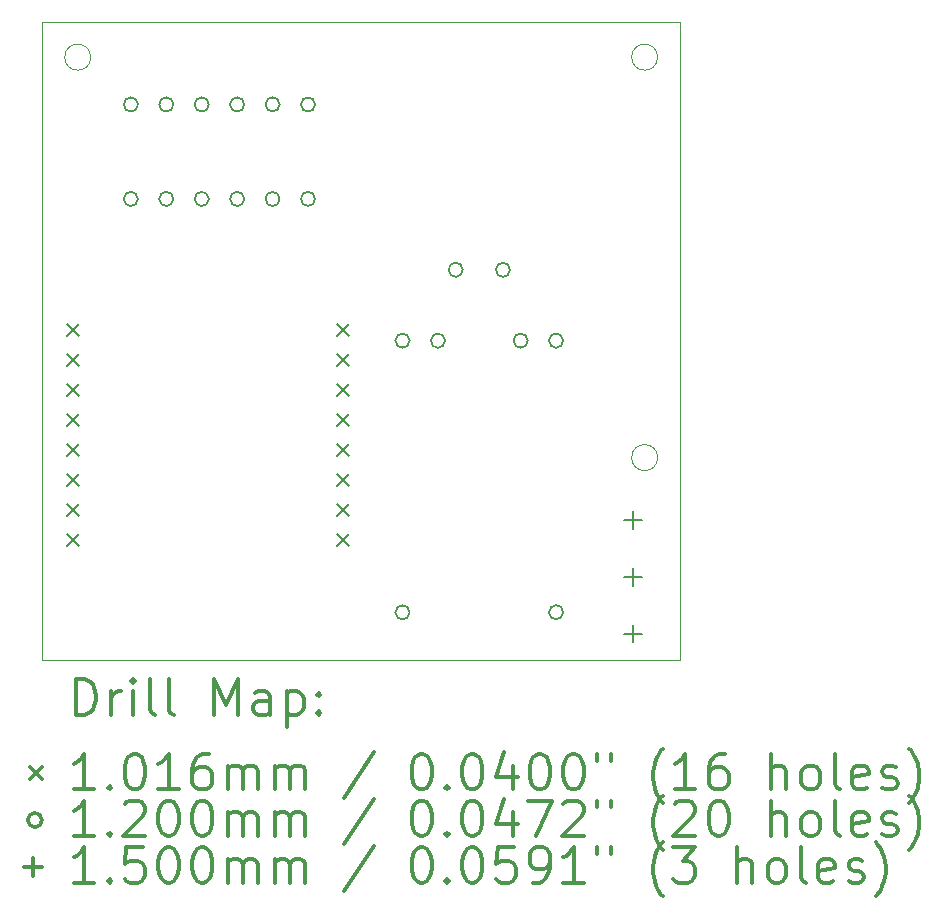
<source format=gbr>
%FSLAX45Y45*%
G04 Gerber Fmt 4.5, Leading zero omitted, Abs format (unit mm)*
G04 Created by KiCad (PCBNEW (5.1.10)-1) date 2021-12-21 20:21:54*
%MOMM*%
%LPD*%
G01*
G04 APERTURE LIST*
%TA.AperFunction,Profile*%
%ADD10C,0.050000*%
%TD*%
%ADD11C,0.200000*%
%ADD12C,0.300000*%
G04 APERTURE END LIST*
D10*
X18610000Y-13190000D02*
G75*
G03*
X18610000Y-13190000I-110000J0D01*
G01*
X13810000Y-9800000D02*
G75*
G03*
X13810000Y-9800000I-110000J0D01*
G01*
X18610000Y-9800000D02*
G75*
G03*
X18610000Y-9800000I-110000J0D01*
G01*
X18800000Y-9500000D02*
X18800000Y-14900000D01*
X13400000Y-9500000D02*
X18800000Y-9500000D01*
X13400000Y-14900000D02*
X13400000Y-9500000D01*
X18800000Y-14900000D02*
X13400000Y-14900000D01*
D11*
X13606200Y-12060200D02*
X13707800Y-12161800D01*
X13707800Y-12060200D02*
X13606200Y-12161800D01*
X13606200Y-12314200D02*
X13707800Y-12415800D01*
X13707800Y-12314200D02*
X13606200Y-12415800D01*
X13606200Y-12568200D02*
X13707800Y-12669800D01*
X13707800Y-12568200D02*
X13606200Y-12669800D01*
X13606200Y-12822200D02*
X13707800Y-12923800D01*
X13707800Y-12822200D02*
X13606200Y-12923800D01*
X13606200Y-13076200D02*
X13707800Y-13177800D01*
X13707800Y-13076200D02*
X13606200Y-13177800D01*
X13606200Y-13330200D02*
X13707800Y-13431800D01*
X13707800Y-13330200D02*
X13606200Y-13431800D01*
X13606200Y-13584200D02*
X13707800Y-13685800D01*
X13707800Y-13584200D02*
X13606200Y-13685800D01*
X13606200Y-13838200D02*
X13707800Y-13939800D01*
X13707800Y-13838200D02*
X13606200Y-13939800D01*
X15892200Y-12060200D02*
X15993800Y-12161800D01*
X15993800Y-12060200D02*
X15892200Y-12161800D01*
X15892200Y-12314200D02*
X15993800Y-12415800D01*
X15993800Y-12314200D02*
X15892200Y-12415800D01*
X15892200Y-12568200D02*
X15993800Y-12669800D01*
X15993800Y-12568200D02*
X15892200Y-12669800D01*
X15892200Y-12822200D02*
X15993800Y-12923800D01*
X15993800Y-12822200D02*
X15892200Y-12923800D01*
X15892200Y-13076200D02*
X15993800Y-13177800D01*
X15993800Y-13076200D02*
X15892200Y-13177800D01*
X15892200Y-13330200D02*
X15993800Y-13431800D01*
X15993800Y-13330200D02*
X15892200Y-13431800D01*
X15892200Y-13584200D02*
X15993800Y-13685800D01*
X15993800Y-13584200D02*
X15892200Y-13685800D01*
X15892200Y-13838200D02*
X15993800Y-13939800D01*
X15993800Y-13838200D02*
X15892200Y-13939800D01*
X14210000Y-10200000D02*
G75*
G03*
X14210000Y-10200000I-60000J0D01*
G01*
X14210000Y-11000000D02*
G75*
G03*
X14210000Y-11000000I-60000J0D01*
G01*
X14510000Y-10200000D02*
G75*
G03*
X14510000Y-10200000I-60000J0D01*
G01*
X14510000Y-11000000D02*
G75*
G03*
X14510000Y-11000000I-60000J0D01*
G01*
X14810000Y-10200000D02*
G75*
G03*
X14810000Y-10200000I-60000J0D01*
G01*
X14810000Y-11000000D02*
G75*
G03*
X14810000Y-11000000I-60000J0D01*
G01*
X15110000Y-10200000D02*
G75*
G03*
X15110000Y-10200000I-60000J0D01*
G01*
X15110000Y-11000000D02*
G75*
G03*
X15110000Y-11000000I-60000J0D01*
G01*
X15410000Y-10200000D02*
G75*
G03*
X15410000Y-10200000I-60000J0D01*
G01*
X15410000Y-11000000D02*
G75*
G03*
X15410000Y-11000000I-60000J0D01*
G01*
X15710000Y-10200000D02*
G75*
G03*
X15710000Y-10200000I-60000J0D01*
G01*
X15710000Y-11000000D02*
G75*
G03*
X15710000Y-11000000I-60000J0D01*
G01*
X16510000Y-12200000D02*
G75*
G03*
X16510000Y-12200000I-60000J0D01*
G01*
X16510000Y-14500000D02*
G75*
G03*
X16510000Y-14500000I-60000J0D01*
G01*
X16810000Y-12200000D02*
G75*
G03*
X16810000Y-12200000I-60000J0D01*
G01*
X16960000Y-11600000D02*
G75*
G03*
X16960000Y-11600000I-60000J0D01*
G01*
X17360000Y-11600000D02*
G75*
G03*
X17360000Y-11600000I-60000J0D01*
G01*
X17510000Y-12200000D02*
G75*
G03*
X17510000Y-12200000I-60000J0D01*
G01*
X17810000Y-12200000D02*
G75*
G03*
X17810000Y-12200000I-60000J0D01*
G01*
X17810000Y-14500000D02*
G75*
G03*
X17810000Y-14500000I-60000J0D01*
G01*
X18400000Y-13645000D02*
X18400000Y-13795000D01*
X18325000Y-13720000D02*
X18475000Y-13720000D01*
X18400000Y-14125000D02*
X18400000Y-14275000D01*
X18325000Y-14200000D02*
X18475000Y-14200000D01*
X18400000Y-14605000D02*
X18400000Y-14755000D01*
X18325000Y-14680000D02*
X18475000Y-14680000D01*
D12*
X13683928Y-15368214D02*
X13683928Y-15068214D01*
X13755357Y-15068214D01*
X13798214Y-15082500D01*
X13826786Y-15111071D01*
X13841071Y-15139643D01*
X13855357Y-15196786D01*
X13855357Y-15239643D01*
X13841071Y-15296786D01*
X13826786Y-15325357D01*
X13798214Y-15353929D01*
X13755357Y-15368214D01*
X13683928Y-15368214D01*
X13983928Y-15368214D02*
X13983928Y-15168214D01*
X13983928Y-15225357D02*
X13998214Y-15196786D01*
X14012500Y-15182500D01*
X14041071Y-15168214D01*
X14069643Y-15168214D01*
X14169643Y-15368214D02*
X14169643Y-15168214D01*
X14169643Y-15068214D02*
X14155357Y-15082500D01*
X14169643Y-15096786D01*
X14183928Y-15082500D01*
X14169643Y-15068214D01*
X14169643Y-15096786D01*
X14355357Y-15368214D02*
X14326786Y-15353929D01*
X14312500Y-15325357D01*
X14312500Y-15068214D01*
X14512500Y-15368214D02*
X14483928Y-15353929D01*
X14469643Y-15325357D01*
X14469643Y-15068214D01*
X14855357Y-15368214D02*
X14855357Y-15068214D01*
X14955357Y-15282500D01*
X15055357Y-15068214D01*
X15055357Y-15368214D01*
X15326786Y-15368214D02*
X15326786Y-15211071D01*
X15312500Y-15182500D01*
X15283928Y-15168214D01*
X15226786Y-15168214D01*
X15198214Y-15182500D01*
X15326786Y-15353929D02*
X15298214Y-15368214D01*
X15226786Y-15368214D01*
X15198214Y-15353929D01*
X15183928Y-15325357D01*
X15183928Y-15296786D01*
X15198214Y-15268214D01*
X15226786Y-15253929D01*
X15298214Y-15253929D01*
X15326786Y-15239643D01*
X15469643Y-15168214D02*
X15469643Y-15468214D01*
X15469643Y-15182500D02*
X15498214Y-15168214D01*
X15555357Y-15168214D01*
X15583928Y-15182500D01*
X15598214Y-15196786D01*
X15612500Y-15225357D01*
X15612500Y-15311071D01*
X15598214Y-15339643D01*
X15583928Y-15353929D01*
X15555357Y-15368214D01*
X15498214Y-15368214D01*
X15469643Y-15353929D01*
X15741071Y-15339643D02*
X15755357Y-15353929D01*
X15741071Y-15368214D01*
X15726786Y-15353929D01*
X15741071Y-15339643D01*
X15741071Y-15368214D01*
X15741071Y-15182500D02*
X15755357Y-15196786D01*
X15741071Y-15211071D01*
X15726786Y-15196786D01*
X15741071Y-15182500D01*
X15741071Y-15211071D01*
X13295900Y-15811700D02*
X13397500Y-15913300D01*
X13397500Y-15811700D02*
X13295900Y-15913300D01*
X13841071Y-15998214D02*
X13669643Y-15998214D01*
X13755357Y-15998214D02*
X13755357Y-15698214D01*
X13726786Y-15741071D01*
X13698214Y-15769643D01*
X13669643Y-15783929D01*
X13969643Y-15969643D02*
X13983928Y-15983929D01*
X13969643Y-15998214D01*
X13955357Y-15983929D01*
X13969643Y-15969643D01*
X13969643Y-15998214D01*
X14169643Y-15698214D02*
X14198214Y-15698214D01*
X14226786Y-15712500D01*
X14241071Y-15726786D01*
X14255357Y-15755357D01*
X14269643Y-15812500D01*
X14269643Y-15883929D01*
X14255357Y-15941071D01*
X14241071Y-15969643D01*
X14226786Y-15983929D01*
X14198214Y-15998214D01*
X14169643Y-15998214D01*
X14141071Y-15983929D01*
X14126786Y-15969643D01*
X14112500Y-15941071D01*
X14098214Y-15883929D01*
X14098214Y-15812500D01*
X14112500Y-15755357D01*
X14126786Y-15726786D01*
X14141071Y-15712500D01*
X14169643Y-15698214D01*
X14555357Y-15998214D02*
X14383928Y-15998214D01*
X14469643Y-15998214D02*
X14469643Y-15698214D01*
X14441071Y-15741071D01*
X14412500Y-15769643D01*
X14383928Y-15783929D01*
X14812500Y-15698214D02*
X14755357Y-15698214D01*
X14726786Y-15712500D01*
X14712500Y-15726786D01*
X14683928Y-15769643D01*
X14669643Y-15826786D01*
X14669643Y-15941071D01*
X14683928Y-15969643D01*
X14698214Y-15983929D01*
X14726786Y-15998214D01*
X14783928Y-15998214D01*
X14812500Y-15983929D01*
X14826786Y-15969643D01*
X14841071Y-15941071D01*
X14841071Y-15869643D01*
X14826786Y-15841071D01*
X14812500Y-15826786D01*
X14783928Y-15812500D01*
X14726786Y-15812500D01*
X14698214Y-15826786D01*
X14683928Y-15841071D01*
X14669643Y-15869643D01*
X14969643Y-15998214D02*
X14969643Y-15798214D01*
X14969643Y-15826786D02*
X14983928Y-15812500D01*
X15012500Y-15798214D01*
X15055357Y-15798214D01*
X15083928Y-15812500D01*
X15098214Y-15841071D01*
X15098214Y-15998214D01*
X15098214Y-15841071D02*
X15112500Y-15812500D01*
X15141071Y-15798214D01*
X15183928Y-15798214D01*
X15212500Y-15812500D01*
X15226786Y-15841071D01*
X15226786Y-15998214D01*
X15369643Y-15998214D02*
X15369643Y-15798214D01*
X15369643Y-15826786D02*
X15383928Y-15812500D01*
X15412500Y-15798214D01*
X15455357Y-15798214D01*
X15483928Y-15812500D01*
X15498214Y-15841071D01*
X15498214Y-15998214D01*
X15498214Y-15841071D02*
X15512500Y-15812500D01*
X15541071Y-15798214D01*
X15583928Y-15798214D01*
X15612500Y-15812500D01*
X15626786Y-15841071D01*
X15626786Y-15998214D01*
X16212500Y-15683929D02*
X15955357Y-16069643D01*
X16598214Y-15698214D02*
X16626786Y-15698214D01*
X16655357Y-15712500D01*
X16669643Y-15726786D01*
X16683928Y-15755357D01*
X16698214Y-15812500D01*
X16698214Y-15883929D01*
X16683928Y-15941071D01*
X16669643Y-15969643D01*
X16655357Y-15983929D01*
X16626786Y-15998214D01*
X16598214Y-15998214D01*
X16569643Y-15983929D01*
X16555357Y-15969643D01*
X16541071Y-15941071D01*
X16526786Y-15883929D01*
X16526786Y-15812500D01*
X16541071Y-15755357D01*
X16555357Y-15726786D01*
X16569643Y-15712500D01*
X16598214Y-15698214D01*
X16826786Y-15969643D02*
X16841071Y-15983929D01*
X16826786Y-15998214D01*
X16812500Y-15983929D01*
X16826786Y-15969643D01*
X16826786Y-15998214D01*
X17026786Y-15698214D02*
X17055357Y-15698214D01*
X17083928Y-15712500D01*
X17098214Y-15726786D01*
X17112500Y-15755357D01*
X17126786Y-15812500D01*
X17126786Y-15883929D01*
X17112500Y-15941071D01*
X17098214Y-15969643D01*
X17083928Y-15983929D01*
X17055357Y-15998214D01*
X17026786Y-15998214D01*
X16998214Y-15983929D01*
X16983928Y-15969643D01*
X16969643Y-15941071D01*
X16955357Y-15883929D01*
X16955357Y-15812500D01*
X16969643Y-15755357D01*
X16983928Y-15726786D01*
X16998214Y-15712500D01*
X17026786Y-15698214D01*
X17383928Y-15798214D02*
X17383928Y-15998214D01*
X17312500Y-15683929D02*
X17241071Y-15898214D01*
X17426786Y-15898214D01*
X17598214Y-15698214D02*
X17626786Y-15698214D01*
X17655357Y-15712500D01*
X17669643Y-15726786D01*
X17683928Y-15755357D01*
X17698214Y-15812500D01*
X17698214Y-15883929D01*
X17683928Y-15941071D01*
X17669643Y-15969643D01*
X17655357Y-15983929D01*
X17626786Y-15998214D01*
X17598214Y-15998214D01*
X17569643Y-15983929D01*
X17555357Y-15969643D01*
X17541071Y-15941071D01*
X17526786Y-15883929D01*
X17526786Y-15812500D01*
X17541071Y-15755357D01*
X17555357Y-15726786D01*
X17569643Y-15712500D01*
X17598214Y-15698214D01*
X17883928Y-15698214D02*
X17912500Y-15698214D01*
X17941071Y-15712500D01*
X17955357Y-15726786D01*
X17969643Y-15755357D01*
X17983928Y-15812500D01*
X17983928Y-15883929D01*
X17969643Y-15941071D01*
X17955357Y-15969643D01*
X17941071Y-15983929D01*
X17912500Y-15998214D01*
X17883928Y-15998214D01*
X17855357Y-15983929D01*
X17841071Y-15969643D01*
X17826786Y-15941071D01*
X17812500Y-15883929D01*
X17812500Y-15812500D01*
X17826786Y-15755357D01*
X17841071Y-15726786D01*
X17855357Y-15712500D01*
X17883928Y-15698214D01*
X18098214Y-15698214D02*
X18098214Y-15755357D01*
X18212500Y-15698214D02*
X18212500Y-15755357D01*
X18655357Y-16112500D02*
X18641071Y-16098214D01*
X18612500Y-16055357D01*
X18598214Y-16026786D01*
X18583928Y-15983929D01*
X18569643Y-15912500D01*
X18569643Y-15855357D01*
X18583928Y-15783929D01*
X18598214Y-15741071D01*
X18612500Y-15712500D01*
X18641071Y-15669643D01*
X18655357Y-15655357D01*
X18926786Y-15998214D02*
X18755357Y-15998214D01*
X18841071Y-15998214D02*
X18841071Y-15698214D01*
X18812500Y-15741071D01*
X18783928Y-15769643D01*
X18755357Y-15783929D01*
X19183928Y-15698214D02*
X19126786Y-15698214D01*
X19098214Y-15712500D01*
X19083928Y-15726786D01*
X19055357Y-15769643D01*
X19041071Y-15826786D01*
X19041071Y-15941071D01*
X19055357Y-15969643D01*
X19069643Y-15983929D01*
X19098214Y-15998214D01*
X19155357Y-15998214D01*
X19183928Y-15983929D01*
X19198214Y-15969643D01*
X19212500Y-15941071D01*
X19212500Y-15869643D01*
X19198214Y-15841071D01*
X19183928Y-15826786D01*
X19155357Y-15812500D01*
X19098214Y-15812500D01*
X19069643Y-15826786D01*
X19055357Y-15841071D01*
X19041071Y-15869643D01*
X19569643Y-15998214D02*
X19569643Y-15698214D01*
X19698214Y-15998214D02*
X19698214Y-15841071D01*
X19683928Y-15812500D01*
X19655357Y-15798214D01*
X19612500Y-15798214D01*
X19583928Y-15812500D01*
X19569643Y-15826786D01*
X19883928Y-15998214D02*
X19855357Y-15983929D01*
X19841071Y-15969643D01*
X19826786Y-15941071D01*
X19826786Y-15855357D01*
X19841071Y-15826786D01*
X19855357Y-15812500D01*
X19883928Y-15798214D01*
X19926786Y-15798214D01*
X19955357Y-15812500D01*
X19969643Y-15826786D01*
X19983928Y-15855357D01*
X19983928Y-15941071D01*
X19969643Y-15969643D01*
X19955357Y-15983929D01*
X19926786Y-15998214D01*
X19883928Y-15998214D01*
X20155357Y-15998214D02*
X20126786Y-15983929D01*
X20112500Y-15955357D01*
X20112500Y-15698214D01*
X20383928Y-15983929D02*
X20355357Y-15998214D01*
X20298214Y-15998214D01*
X20269643Y-15983929D01*
X20255357Y-15955357D01*
X20255357Y-15841071D01*
X20269643Y-15812500D01*
X20298214Y-15798214D01*
X20355357Y-15798214D01*
X20383928Y-15812500D01*
X20398214Y-15841071D01*
X20398214Y-15869643D01*
X20255357Y-15898214D01*
X20512500Y-15983929D02*
X20541071Y-15998214D01*
X20598214Y-15998214D01*
X20626786Y-15983929D01*
X20641071Y-15955357D01*
X20641071Y-15941071D01*
X20626786Y-15912500D01*
X20598214Y-15898214D01*
X20555357Y-15898214D01*
X20526786Y-15883929D01*
X20512500Y-15855357D01*
X20512500Y-15841071D01*
X20526786Y-15812500D01*
X20555357Y-15798214D01*
X20598214Y-15798214D01*
X20626786Y-15812500D01*
X20741071Y-16112500D02*
X20755357Y-16098214D01*
X20783928Y-16055357D01*
X20798214Y-16026786D01*
X20812500Y-15983929D01*
X20826786Y-15912500D01*
X20826786Y-15855357D01*
X20812500Y-15783929D01*
X20798214Y-15741071D01*
X20783928Y-15712500D01*
X20755357Y-15669643D01*
X20741071Y-15655357D01*
X13397500Y-16258500D02*
G75*
G03*
X13397500Y-16258500I-60000J0D01*
G01*
X13841071Y-16394214D02*
X13669643Y-16394214D01*
X13755357Y-16394214D02*
X13755357Y-16094214D01*
X13726786Y-16137071D01*
X13698214Y-16165643D01*
X13669643Y-16179929D01*
X13969643Y-16365643D02*
X13983928Y-16379929D01*
X13969643Y-16394214D01*
X13955357Y-16379929D01*
X13969643Y-16365643D01*
X13969643Y-16394214D01*
X14098214Y-16122786D02*
X14112500Y-16108500D01*
X14141071Y-16094214D01*
X14212500Y-16094214D01*
X14241071Y-16108500D01*
X14255357Y-16122786D01*
X14269643Y-16151357D01*
X14269643Y-16179929D01*
X14255357Y-16222786D01*
X14083928Y-16394214D01*
X14269643Y-16394214D01*
X14455357Y-16094214D02*
X14483928Y-16094214D01*
X14512500Y-16108500D01*
X14526786Y-16122786D01*
X14541071Y-16151357D01*
X14555357Y-16208500D01*
X14555357Y-16279929D01*
X14541071Y-16337071D01*
X14526786Y-16365643D01*
X14512500Y-16379929D01*
X14483928Y-16394214D01*
X14455357Y-16394214D01*
X14426786Y-16379929D01*
X14412500Y-16365643D01*
X14398214Y-16337071D01*
X14383928Y-16279929D01*
X14383928Y-16208500D01*
X14398214Y-16151357D01*
X14412500Y-16122786D01*
X14426786Y-16108500D01*
X14455357Y-16094214D01*
X14741071Y-16094214D02*
X14769643Y-16094214D01*
X14798214Y-16108500D01*
X14812500Y-16122786D01*
X14826786Y-16151357D01*
X14841071Y-16208500D01*
X14841071Y-16279929D01*
X14826786Y-16337071D01*
X14812500Y-16365643D01*
X14798214Y-16379929D01*
X14769643Y-16394214D01*
X14741071Y-16394214D01*
X14712500Y-16379929D01*
X14698214Y-16365643D01*
X14683928Y-16337071D01*
X14669643Y-16279929D01*
X14669643Y-16208500D01*
X14683928Y-16151357D01*
X14698214Y-16122786D01*
X14712500Y-16108500D01*
X14741071Y-16094214D01*
X14969643Y-16394214D02*
X14969643Y-16194214D01*
X14969643Y-16222786D02*
X14983928Y-16208500D01*
X15012500Y-16194214D01*
X15055357Y-16194214D01*
X15083928Y-16208500D01*
X15098214Y-16237071D01*
X15098214Y-16394214D01*
X15098214Y-16237071D02*
X15112500Y-16208500D01*
X15141071Y-16194214D01*
X15183928Y-16194214D01*
X15212500Y-16208500D01*
X15226786Y-16237071D01*
X15226786Y-16394214D01*
X15369643Y-16394214D02*
X15369643Y-16194214D01*
X15369643Y-16222786D02*
X15383928Y-16208500D01*
X15412500Y-16194214D01*
X15455357Y-16194214D01*
X15483928Y-16208500D01*
X15498214Y-16237071D01*
X15498214Y-16394214D01*
X15498214Y-16237071D02*
X15512500Y-16208500D01*
X15541071Y-16194214D01*
X15583928Y-16194214D01*
X15612500Y-16208500D01*
X15626786Y-16237071D01*
X15626786Y-16394214D01*
X16212500Y-16079929D02*
X15955357Y-16465643D01*
X16598214Y-16094214D02*
X16626786Y-16094214D01*
X16655357Y-16108500D01*
X16669643Y-16122786D01*
X16683928Y-16151357D01*
X16698214Y-16208500D01*
X16698214Y-16279929D01*
X16683928Y-16337071D01*
X16669643Y-16365643D01*
X16655357Y-16379929D01*
X16626786Y-16394214D01*
X16598214Y-16394214D01*
X16569643Y-16379929D01*
X16555357Y-16365643D01*
X16541071Y-16337071D01*
X16526786Y-16279929D01*
X16526786Y-16208500D01*
X16541071Y-16151357D01*
X16555357Y-16122786D01*
X16569643Y-16108500D01*
X16598214Y-16094214D01*
X16826786Y-16365643D02*
X16841071Y-16379929D01*
X16826786Y-16394214D01*
X16812500Y-16379929D01*
X16826786Y-16365643D01*
X16826786Y-16394214D01*
X17026786Y-16094214D02*
X17055357Y-16094214D01*
X17083928Y-16108500D01*
X17098214Y-16122786D01*
X17112500Y-16151357D01*
X17126786Y-16208500D01*
X17126786Y-16279929D01*
X17112500Y-16337071D01*
X17098214Y-16365643D01*
X17083928Y-16379929D01*
X17055357Y-16394214D01*
X17026786Y-16394214D01*
X16998214Y-16379929D01*
X16983928Y-16365643D01*
X16969643Y-16337071D01*
X16955357Y-16279929D01*
X16955357Y-16208500D01*
X16969643Y-16151357D01*
X16983928Y-16122786D01*
X16998214Y-16108500D01*
X17026786Y-16094214D01*
X17383928Y-16194214D02*
X17383928Y-16394214D01*
X17312500Y-16079929D02*
X17241071Y-16294214D01*
X17426786Y-16294214D01*
X17512500Y-16094214D02*
X17712500Y-16094214D01*
X17583928Y-16394214D01*
X17812500Y-16122786D02*
X17826786Y-16108500D01*
X17855357Y-16094214D01*
X17926786Y-16094214D01*
X17955357Y-16108500D01*
X17969643Y-16122786D01*
X17983928Y-16151357D01*
X17983928Y-16179929D01*
X17969643Y-16222786D01*
X17798214Y-16394214D01*
X17983928Y-16394214D01*
X18098214Y-16094214D02*
X18098214Y-16151357D01*
X18212500Y-16094214D02*
X18212500Y-16151357D01*
X18655357Y-16508500D02*
X18641071Y-16494214D01*
X18612500Y-16451357D01*
X18598214Y-16422786D01*
X18583928Y-16379929D01*
X18569643Y-16308500D01*
X18569643Y-16251357D01*
X18583928Y-16179929D01*
X18598214Y-16137071D01*
X18612500Y-16108500D01*
X18641071Y-16065643D01*
X18655357Y-16051357D01*
X18755357Y-16122786D02*
X18769643Y-16108500D01*
X18798214Y-16094214D01*
X18869643Y-16094214D01*
X18898214Y-16108500D01*
X18912500Y-16122786D01*
X18926786Y-16151357D01*
X18926786Y-16179929D01*
X18912500Y-16222786D01*
X18741071Y-16394214D01*
X18926786Y-16394214D01*
X19112500Y-16094214D02*
X19141071Y-16094214D01*
X19169643Y-16108500D01*
X19183928Y-16122786D01*
X19198214Y-16151357D01*
X19212500Y-16208500D01*
X19212500Y-16279929D01*
X19198214Y-16337071D01*
X19183928Y-16365643D01*
X19169643Y-16379929D01*
X19141071Y-16394214D01*
X19112500Y-16394214D01*
X19083928Y-16379929D01*
X19069643Y-16365643D01*
X19055357Y-16337071D01*
X19041071Y-16279929D01*
X19041071Y-16208500D01*
X19055357Y-16151357D01*
X19069643Y-16122786D01*
X19083928Y-16108500D01*
X19112500Y-16094214D01*
X19569643Y-16394214D02*
X19569643Y-16094214D01*
X19698214Y-16394214D02*
X19698214Y-16237071D01*
X19683928Y-16208500D01*
X19655357Y-16194214D01*
X19612500Y-16194214D01*
X19583928Y-16208500D01*
X19569643Y-16222786D01*
X19883928Y-16394214D02*
X19855357Y-16379929D01*
X19841071Y-16365643D01*
X19826786Y-16337071D01*
X19826786Y-16251357D01*
X19841071Y-16222786D01*
X19855357Y-16208500D01*
X19883928Y-16194214D01*
X19926786Y-16194214D01*
X19955357Y-16208500D01*
X19969643Y-16222786D01*
X19983928Y-16251357D01*
X19983928Y-16337071D01*
X19969643Y-16365643D01*
X19955357Y-16379929D01*
X19926786Y-16394214D01*
X19883928Y-16394214D01*
X20155357Y-16394214D02*
X20126786Y-16379929D01*
X20112500Y-16351357D01*
X20112500Y-16094214D01*
X20383928Y-16379929D02*
X20355357Y-16394214D01*
X20298214Y-16394214D01*
X20269643Y-16379929D01*
X20255357Y-16351357D01*
X20255357Y-16237071D01*
X20269643Y-16208500D01*
X20298214Y-16194214D01*
X20355357Y-16194214D01*
X20383928Y-16208500D01*
X20398214Y-16237071D01*
X20398214Y-16265643D01*
X20255357Y-16294214D01*
X20512500Y-16379929D02*
X20541071Y-16394214D01*
X20598214Y-16394214D01*
X20626786Y-16379929D01*
X20641071Y-16351357D01*
X20641071Y-16337071D01*
X20626786Y-16308500D01*
X20598214Y-16294214D01*
X20555357Y-16294214D01*
X20526786Y-16279929D01*
X20512500Y-16251357D01*
X20512500Y-16237071D01*
X20526786Y-16208500D01*
X20555357Y-16194214D01*
X20598214Y-16194214D01*
X20626786Y-16208500D01*
X20741071Y-16508500D02*
X20755357Y-16494214D01*
X20783928Y-16451357D01*
X20798214Y-16422786D01*
X20812500Y-16379929D01*
X20826786Y-16308500D01*
X20826786Y-16251357D01*
X20812500Y-16179929D01*
X20798214Y-16137071D01*
X20783928Y-16108500D01*
X20755357Y-16065643D01*
X20741071Y-16051357D01*
X13322500Y-16579500D02*
X13322500Y-16729500D01*
X13247500Y-16654500D02*
X13397500Y-16654500D01*
X13841071Y-16790214D02*
X13669643Y-16790214D01*
X13755357Y-16790214D02*
X13755357Y-16490214D01*
X13726786Y-16533071D01*
X13698214Y-16561643D01*
X13669643Y-16575929D01*
X13969643Y-16761643D02*
X13983928Y-16775929D01*
X13969643Y-16790214D01*
X13955357Y-16775929D01*
X13969643Y-16761643D01*
X13969643Y-16790214D01*
X14255357Y-16490214D02*
X14112500Y-16490214D01*
X14098214Y-16633071D01*
X14112500Y-16618786D01*
X14141071Y-16604500D01*
X14212500Y-16604500D01*
X14241071Y-16618786D01*
X14255357Y-16633071D01*
X14269643Y-16661643D01*
X14269643Y-16733071D01*
X14255357Y-16761643D01*
X14241071Y-16775929D01*
X14212500Y-16790214D01*
X14141071Y-16790214D01*
X14112500Y-16775929D01*
X14098214Y-16761643D01*
X14455357Y-16490214D02*
X14483928Y-16490214D01*
X14512500Y-16504500D01*
X14526786Y-16518786D01*
X14541071Y-16547357D01*
X14555357Y-16604500D01*
X14555357Y-16675929D01*
X14541071Y-16733071D01*
X14526786Y-16761643D01*
X14512500Y-16775929D01*
X14483928Y-16790214D01*
X14455357Y-16790214D01*
X14426786Y-16775929D01*
X14412500Y-16761643D01*
X14398214Y-16733071D01*
X14383928Y-16675929D01*
X14383928Y-16604500D01*
X14398214Y-16547357D01*
X14412500Y-16518786D01*
X14426786Y-16504500D01*
X14455357Y-16490214D01*
X14741071Y-16490214D02*
X14769643Y-16490214D01*
X14798214Y-16504500D01*
X14812500Y-16518786D01*
X14826786Y-16547357D01*
X14841071Y-16604500D01*
X14841071Y-16675929D01*
X14826786Y-16733071D01*
X14812500Y-16761643D01*
X14798214Y-16775929D01*
X14769643Y-16790214D01*
X14741071Y-16790214D01*
X14712500Y-16775929D01*
X14698214Y-16761643D01*
X14683928Y-16733071D01*
X14669643Y-16675929D01*
X14669643Y-16604500D01*
X14683928Y-16547357D01*
X14698214Y-16518786D01*
X14712500Y-16504500D01*
X14741071Y-16490214D01*
X14969643Y-16790214D02*
X14969643Y-16590214D01*
X14969643Y-16618786D02*
X14983928Y-16604500D01*
X15012500Y-16590214D01*
X15055357Y-16590214D01*
X15083928Y-16604500D01*
X15098214Y-16633071D01*
X15098214Y-16790214D01*
X15098214Y-16633071D02*
X15112500Y-16604500D01*
X15141071Y-16590214D01*
X15183928Y-16590214D01*
X15212500Y-16604500D01*
X15226786Y-16633071D01*
X15226786Y-16790214D01*
X15369643Y-16790214D02*
X15369643Y-16590214D01*
X15369643Y-16618786D02*
X15383928Y-16604500D01*
X15412500Y-16590214D01*
X15455357Y-16590214D01*
X15483928Y-16604500D01*
X15498214Y-16633071D01*
X15498214Y-16790214D01*
X15498214Y-16633071D02*
X15512500Y-16604500D01*
X15541071Y-16590214D01*
X15583928Y-16590214D01*
X15612500Y-16604500D01*
X15626786Y-16633071D01*
X15626786Y-16790214D01*
X16212500Y-16475929D02*
X15955357Y-16861643D01*
X16598214Y-16490214D02*
X16626786Y-16490214D01*
X16655357Y-16504500D01*
X16669643Y-16518786D01*
X16683928Y-16547357D01*
X16698214Y-16604500D01*
X16698214Y-16675929D01*
X16683928Y-16733071D01*
X16669643Y-16761643D01*
X16655357Y-16775929D01*
X16626786Y-16790214D01*
X16598214Y-16790214D01*
X16569643Y-16775929D01*
X16555357Y-16761643D01*
X16541071Y-16733071D01*
X16526786Y-16675929D01*
X16526786Y-16604500D01*
X16541071Y-16547357D01*
X16555357Y-16518786D01*
X16569643Y-16504500D01*
X16598214Y-16490214D01*
X16826786Y-16761643D02*
X16841071Y-16775929D01*
X16826786Y-16790214D01*
X16812500Y-16775929D01*
X16826786Y-16761643D01*
X16826786Y-16790214D01*
X17026786Y-16490214D02*
X17055357Y-16490214D01*
X17083928Y-16504500D01*
X17098214Y-16518786D01*
X17112500Y-16547357D01*
X17126786Y-16604500D01*
X17126786Y-16675929D01*
X17112500Y-16733071D01*
X17098214Y-16761643D01*
X17083928Y-16775929D01*
X17055357Y-16790214D01*
X17026786Y-16790214D01*
X16998214Y-16775929D01*
X16983928Y-16761643D01*
X16969643Y-16733071D01*
X16955357Y-16675929D01*
X16955357Y-16604500D01*
X16969643Y-16547357D01*
X16983928Y-16518786D01*
X16998214Y-16504500D01*
X17026786Y-16490214D01*
X17398214Y-16490214D02*
X17255357Y-16490214D01*
X17241071Y-16633071D01*
X17255357Y-16618786D01*
X17283928Y-16604500D01*
X17355357Y-16604500D01*
X17383928Y-16618786D01*
X17398214Y-16633071D01*
X17412500Y-16661643D01*
X17412500Y-16733071D01*
X17398214Y-16761643D01*
X17383928Y-16775929D01*
X17355357Y-16790214D01*
X17283928Y-16790214D01*
X17255357Y-16775929D01*
X17241071Y-16761643D01*
X17555357Y-16790214D02*
X17612500Y-16790214D01*
X17641071Y-16775929D01*
X17655357Y-16761643D01*
X17683928Y-16718786D01*
X17698214Y-16661643D01*
X17698214Y-16547357D01*
X17683928Y-16518786D01*
X17669643Y-16504500D01*
X17641071Y-16490214D01*
X17583928Y-16490214D01*
X17555357Y-16504500D01*
X17541071Y-16518786D01*
X17526786Y-16547357D01*
X17526786Y-16618786D01*
X17541071Y-16647357D01*
X17555357Y-16661643D01*
X17583928Y-16675929D01*
X17641071Y-16675929D01*
X17669643Y-16661643D01*
X17683928Y-16647357D01*
X17698214Y-16618786D01*
X17983928Y-16790214D02*
X17812500Y-16790214D01*
X17898214Y-16790214D02*
X17898214Y-16490214D01*
X17869643Y-16533071D01*
X17841071Y-16561643D01*
X17812500Y-16575929D01*
X18098214Y-16490214D02*
X18098214Y-16547357D01*
X18212500Y-16490214D02*
X18212500Y-16547357D01*
X18655357Y-16904500D02*
X18641071Y-16890214D01*
X18612500Y-16847357D01*
X18598214Y-16818786D01*
X18583928Y-16775929D01*
X18569643Y-16704500D01*
X18569643Y-16647357D01*
X18583928Y-16575929D01*
X18598214Y-16533071D01*
X18612500Y-16504500D01*
X18641071Y-16461643D01*
X18655357Y-16447357D01*
X18741071Y-16490214D02*
X18926786Y-16490214D01*
X18826786Y-16604500D01*
X18869643Y-16604500D01*
X18898214Y-16618786D01*
X18912500Y-16633071D01*
X18926786Y-16661643D01*
X18926786Y-16733071D01*
X18912500Y-16761643D01*
X18898214Y-16775929D01*
X18869643Y-16790214D01*
X18783928Y-16790214D01*
X18755357Y-16775929D01*
X18741071Y-16761643D01*
X19283928Y-16790214D02*
X19283928Y-16490214D01*
X19412500Y-16790214D02*
X19412500Y-16633071D01*
X19398214Y-16604500D01*
X19369643Y-16590214D01*
X19326786Y-16590214D01*
X19298214Y-16604500D01*
X19283928Y-16618786D01*
X19598214Y-16790214D02*
X19569643Y-16775929D01*
X19555357Y-16761643D01*
X19541071Y-16733071D01*
X19541071Y-16647357D01*
X19555357Y-16618786D01*
X19569643Y-16604500D01*
X19598214Y-16590214D01*
X19641071Y-16590214D01*
X19669643Y-16604500D01*
X19683928Y-16618786D01*
X19698214Y-16647357D01*
X19698214Y-16733071D01*
X19683928Y-16761643D01*
X19669643Y-16775929D01*
X19641071Y-16790214D01*
X19598214Y-16790214D01*
X19869643Y-16790214D02*
X19841071Y-16775929D01*
X19826786Y-16747357D01*
X19826786Y-16490214D01*
X20098214Y-16775929D02*
X20069643Y-16790214D01*
X20012500Y-16790214D01*
X19983928Y-16775929D01*
X19969643Y-16747357D01*
X19969643Y-16633071D01*
X19983928Y-16604500D01*
X20012500Y-16590214D01*
X20069643Y-16590214D01*
X20098214Y-16604500D01*
X20112500Y-16633071D01*
X20112500Y-16661643D01*
X19969643Y-16690214D01*
X20226786Y-16775929D02*
X20255357Y-16790214D01*
X20312500Y-16790214D01*
X20341071Y-16775929D01*
X20355357Y-16747357D01*
X20355357Y-16733071D01*
X20341071Y-16704500D01*
X20312500Y-16690214D01*
X20269643Y-16690214D01*
X20241071Y-16675929D01*
X20226786Y-16647357D01*
X20226786Y-16633071D01*
X20241071Y-16604500D01*
X20269643Y-16590214D01*
X20312500Y-16590214D01*
X20341071Y-16604500D01*
X20455357Y-16904500D02*
X20469643Y-16890214D01*
X20498214Y-16847357D01*
X20512500Y-16818786D01*
X20526786Y-16775929D01*
X20541071Y-16704500D01*
X20541071Y-16647357D01*
X20526786Y-16575929D01*
X20512500Y-16533071D01*
X20498214Y-16504500D01*
X20469643Y-16461643D01*
X20455357Y-16447357D01*
M02*

</source>
